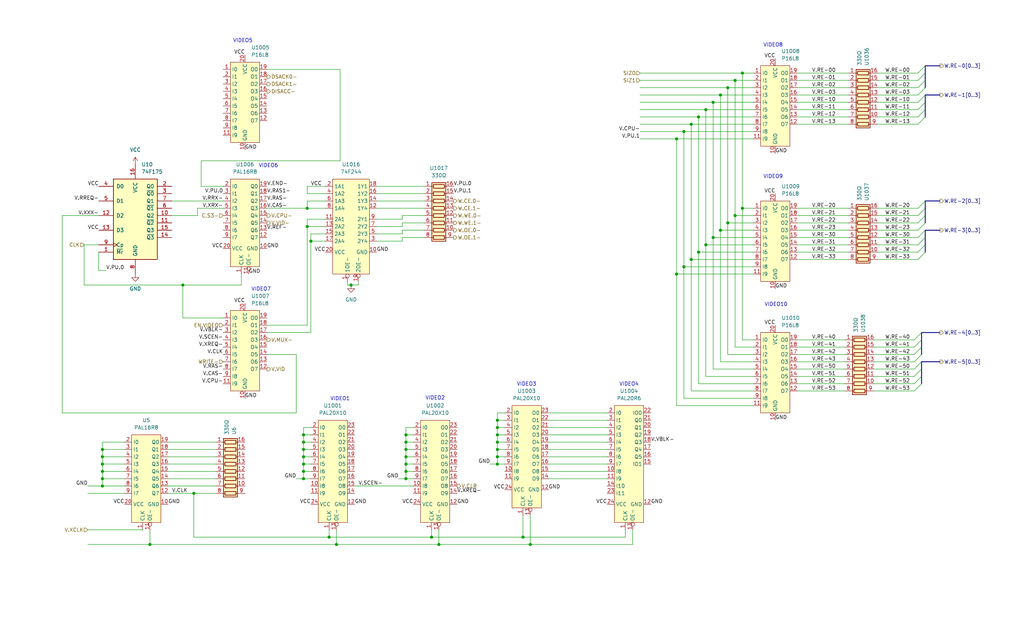
<source format=kicad_sch>
(kicad_sch (version 20250114) (generator "eeschema") (generator_version "9.0")
  (paper "USLegal")
  (lib_symbols
    (symbol "Device:R_Pack08" (pin_names (offset 0) (hide yes))
      (property "Reference" "RN" (at -12.7 0 90))
      (property "Value" "R_Pack08" (at 10.16 0 90))
      (symbol "R_Pack08_0_1"
        (rectangle (start -11.43 -2.413) (end 8.89 2.413) (stroke (width 0.254)) (fill (type background)))
        (rectangle (start -10.795 1.905) (end -9.525 -1.905) (stroke (width 0.254)))
        (polyline (pts (xy -10.16 1.905) (xy -10.16 2.54)))
        (polyline (pts (xy -10.16 -2.54) (xy -10.16 -1.905)))
        (rectangle (start -8.255 1.905) (end -6.985 -1.905) (stroke (width 0.254)))
        (polyline (pts (xy -7.62 1.905) (xy -7.62 2.54)))
        (polyline (pts (xy -7.62 -2.54) (xy -7.62 -1.905)))
        (rectangle (start -5.715 1.905) (end -4.445 -1.905) (stroke (width 0.254)))
        (polyline (pts (xy -5.08 1.905) (xy -5.08 2.54)))
        (polyline (pts (xy -5.08 -2.54) (xy -5.08 -1.905)))
        (rectangle (start -3.175 1.905) (end -1.905 -1.905) (stroke (width 0.254)))
        (polyline (pts (xy -2.54 1.905) (xy -2.54 2.54)))
        (polyline (pts (xy -2.54 -2.54) (xy -2.54 -1.905)))
        (rectangle (start -0.635 1.905) (end 0.635 -1.905) (stroke (width 0.254)))
        (polyline (pts (xy 0 1.905) (xy 0 2.54)))
        (polyline (pts (xy 0 -2.54) (xy 0 -1.905)))
        (rectangle (start 1.905 1.905) (end 3.175 -1.905) (stroke (width 0.254)))
        (polyline (pts (xy 2.54 1.905) (xy 2.54 2.54)))
        (polyline (pts (xy 2.54 -2.54) (xy 2.54 -1.905)))
        (rectangle (start 4.445 1.905) (end 5.715 -1.905) (stroke (width 0.254)))
        (polyline (pts (xy 5.08 1.905) (xy 5.08 2.54)))
        (polyline (pts (xy 5.08 -2.54) (xy 5.08 -1.905)))
        (rectangle (start 6.985 1.905) (end 8.255 -1.905) (stroke (width 0.254)))
        (polyline (pts (xy 7.62 1.905) (xy 7.62 2.54)))
        (polyline (pts (xy 7.62 -2.54) (xy 7.62 -1.905)))
      )
      (symbol "R_Pack08_1_1"
        (pin passive line (at -10.16 5.08 270) (length 2.54) (name "R1.2") (number "16"))
        (pin passive line (at -10.16 -5.08 90) (length 2.54) (name "R1.1") (number "1"))
        (pin passive line (at -7.62 5.08 270) (length 2.54) (name "R2.2") (number "15"))
        (pin passive line (at -7.62 -5.08 90) (length 2.54) (name "R2.1") (number "2"))
        (pin passive line (at -5.08 5.08 270) (length 2.54) (name "R3.2") (number "14"))
        (pin passive line (at -5.08 -5.08 90) (length 2.54) (name "R3.1") (number "3"))
        (pin passive line (at -2.54 5.08 270) (length 2.54) (name "R4.2") (number "13"))
        (pin passive line (at -2.54 -5.08 90) (length 2.54) (name "R4.1") (number "4"))
        (pin passive line (at 0 5.08 270) (length 2.54) (name "R5.2") (number "12"))
        (pin passive line (at 0 -5.08 90) (length 2.54) (name "R5.1") (number "5"))
        (pin passive line (at 2.54 5.08 270) (length 2.54) (name "R6.2") (number "11"))
        (pin passive line (at 2.54 -5.08 90) (length 2.54) (name "R6.1") (number "6"))
        (pin passive line (at 5.08 5.08 270) (length 2.54) (name "R7.2") (number "10"))
        (pin passive line (at 5.08 -5.08 90) (length 2.54) (name "R7.1") (number "7"))
        (pin passive line (at 7.62 5.08 270) (length 2.54) (name "R8.2") (number "9"))
        (pin passive line (at 7.62 -5.08 90) (length 2.54) (name "R8.1") (number "8"))
      )
    )
    (symbol "cg4:74F244"
      (property "Reference" "U" (at 0 0 0))
      (property "Value" "74F244" (at 0 0 0))
      (symbol "74F244_1_1"
        (rectangle (start -6.35 -1.27) (end 6.35 -34.29) (fill (type background)))
        (pin input line (at -8.89 -3.81 0) (length 2.54) (name "1A1") (number "2"))
        (pin input line (at -8.89 -6.35 0) (length 2.54) (name "1A2") (number "4"))
        (pin input line (at -8.89 -8.89 0) (length 2.54) (name "1A3") (number "6"))
        (pin input line (at -8.89 -11.43 0) (length 2.54) (name "1A4") (number "8"))
        (pin input line (at -8.89 -15.24 0) (length 2.54) (name "2A1") (number "11"))
        (pin input line (at -8.89 -17.78 0) (length 2.54) (name "2A2") (number "13"))
        (pin input line (at -8.89 -20.32 0) (length 2.54) (name "2A3") (number "15"))
        (pin input line (at -8.89 -22.86 0) (length 2.54) (name "2A4") (number "17"))
        (pin power_in line (at -8.89 -26.67 0) (length 2.54) (name "VCC") (number "20"))
        (pin input inverted (at -1.27 -36.83 90) (length 2.54) (name "1OE-") (number "1"))
        (pin input inverted (at 2.54 -36.83 90) (length 2.54) (name "2OE-") (number "19"))
        (pin output line (at 8.89 -3.81 180) (length 2.54) (name "1Y1") (number "18"))
        (pin output line (at 8.89 -6.35 180) (length 2.54) (name "1Y2") (number "16"))
        (pin output line (at 8.89 -8.89 180) (length 2.54) (name "1Y3") (number "14"))
        (pin output line (at 8.89 -11.43 180) (length 2.54) (name "1Y4") (number "12"))
        (pin output line (at 8.89 -15.24 180) (length 2.54) (name "2Y1") (number "9"))
        (pin output line (at 8.89 -17.78 180) (length 2.54) (name "2Y2") (number "7"))
        (pin output line (at 8.89 -20.32 180) (length 2.54) (name "2Y3") (number "5"))
        (pin output line (at 8.89 -22.86 180) (length 2.54) (name "2Y4") (number "3"))
        (pin power_in line (at 8.89 -26.67 180) (length 2.54) (name "GND") (number "10"))
      )
    )
    (symbol "cg4:74LS175_1" (pin_names (offset 1.016))
      (property "Reference" "U" (at -7.62 13.97 0))
      (property "Value" "74F175" (at -7.62 -16.51 0))
      (symbol "74LS175_1_1_0"
        (pin input line (at -12.7 10.16 0) (length 5.08) (name "D0") (number "4"))
        (pin input line (at -12.7 5.08 0) (length 5.08) (name "D1") (number "5"))
        (pin input line (at -12.7 0 0) (length 5.08) (name "D2") (number "12"))
        (pin input line (at -12.7 -5.08 0) (length 5.08) (name "D3") (number "13"))
        (pin input clock (at -12.7 -10.16 0) (length 5.08) (name "Cp") (number "9"))
        (pin input line (at -12.7 -12.7 0) (length 5.08) (name "~{Mr}") (number "1"))
        (pin power_in line (at 0 17.78 270) (length 5.08) (name "VCC") (number "16"))
        (pin power_in line (at 0 -20.32 90) (length 5.08) (name "GND") (number "8"))
        (pin output line (at 12.7 10.16 180) (length 5.08) (name "Q0") (number "2"))
        (pin output line (at 12.7 7.62 180) (length 5.08) (name "~{Q0}") (number "3"))
        (pin output line (at 12.7 5.08 180) (length 5.08) (name "Q1") (number "7"))
        (pin output line (at 12.7 2.54 180) (length 5.08) (name "~{Q1}") (number "6"))
        (pin output line (at 12.7 0 180) (length 5.08) (name "Q2") (number "10"))
        (pin output line (at 12.7 -2.54 180) (length 5.08) (name "~{Q2}") (number "11"))
        (pin output line (at 12.7 -5.08 180) (length 5.08) (name "Q3") (number "15"))
        (pin output line (at 12.7 -7.62 180) (length 5.08) (name "~{Q3}") (number "14"))
      )
      (symbol "74LS175_1_1_1"
        (rectangle (start -7.62 12.7) (end 7.62 -15.24) (stroke (width 0.254)) (fill (type background)))
      )
    )
    (symbol "cg4:P16L8"
      (property "Reference" "U" (at 1.778 -0.254 0))
      (property "Value" "P16L8" (at 4.064 -30.48 0))
      (symbol "P16L8_1_1"
        (rectangle (start -5.08 -1.27) (end 5.08 -29.21) (fill (type background)))
        (pin input line (at -7.62 -3.81 0) (length 2.54) (name "I0") (number "1"))
        (pin input line (at -7.62 -6.35 0) (length 2.54) (name "I1") (number "2"))
        (pin input line (at -7.62 -8.89 0) (length 2.54) (name "I2") (number "3"))
        (pin input line (at -7.62 -11.43 0) (length 2.54) (name "I3") (number "4"))
        (pin input line (at -7.62 -13.97 0) (length 2.54) (name "I4") (number "5"))
        (pin input line (at -7.62 -16.51 0) (length 2.54) (name "I5") (number "6"))
        (pin input line (at -7.62 -19.05 0) (length 2.54) (name "I6") (number "7"))
        (pin input line (at -7.62 -21.59 0) (length 2.54) (name "I7") (number "8"))
        (pin input line (at -7.62 -24.13 0) (length 2.54) (name "I8") (number "9"))
        (pin input line (at -7.62 -26.67 0) (length 2.54) (name "I9") (number "11"))
        (pin power_in line (at 0 1.27 270) (length 2.54) (name "VCC") (number "20"))
        (pin power_in line (at 0 -31.75 90) (length 2.54) (name "GND") (number "10"))
        (pin output line (at 7.62 -3.81 180) (length 2.54) (name "O0") (number "19"))
        (pin output line (at 7.62 -6.35 180) (length 2.54) (name "O1") (number "18"))
        (pin output line (at 7.62 -8.89 180) (length 2.54) (name "O2") (number "17"))
        (pin output line (at 7.62 -11.43 180) (length 2.54) (name "O3") (number "16"))
        (pin output line (at 7.62 -13.97 180) (length 2.54) (name "O4") (number "15"))
        (pin output line (at 7.62 -16.51 180) (length 2.54) (name "O5") (number "14"))
        (pin output line (at 7.62 -19.05 180) (length 2.54) (name "O6") (number "13"))
        (pin output line (at 7.62 -21.59 180) (length 2.54) (name "O7") (number "12"))
      )
    )
    (symbol "cg4:P16R8"
      (property "Reference" "U" (at 0 0 0))
      (property "Value" "PAL16R8" (at 0 0 0))
      (symbol "P16R8_1_1"
        (rectangle (start -5.08 -1.27) (end 5.08 -31.75) (fill (type background)))
        (pin input line (at -7.62 -3.81 0) (length 2.54) (name "I0") (number "2"))
        (pin input line (at -7.62 -6.35 0) (length 2.54) (name "I1") (number "3"))
        (pin input line (at -7.62 -8.89 0) (length 2.54) (name "I2") (number "4"))
        (pin input line (at -7.62 -11.43 0) (length 2.54) (name "I3") (number "5"))
        (pin input line (at -7.62 -13.97 0) (length 2.54) (name "I4") (number "6"))
        (pin input line (at -7.62 -16.51 0) (length 2.54) (name "I5") (number "7"))
        (pin input line (at -7.62 -19.05 0) (length 2.54) (name "I6") (number "8"))
        (pin input line (at -7.62 -21.59 0) (length 2.54) (name "I7") (number "9"))
        (pin power_in line (at -7.62 -25.4 0) (length 2.54) (name "VCC") (number "20"))
        (pin input line (at -1.27 -34.29 90) (length 2.54) (name "CLK") (number "1"))
        (pin input inverted (at 1.27 -34.29 90) (length 2.54) (name "OE-") (number "11"))
        (pin output line (at 7.62 -3.81 180) (length 2.54) (name "Q0") (number "19"))
        (pin output line (at 7.62 -6.35 180) (length 2.54) (name "Q1") (number "18"))
        (pin output line (at 7.62 -8.89 180) (length 2.54) (name "Q2") (number "17"))
        (pin output line (at 7.62 -11.43 180) (length 2.54) (name "Q3") (number "16"))
        (pin output line (at 7.62 -13.97 180) (length 2.54) (name "Q4") (number "15"))
        (pin output line (at 7.62 -16.51 180) (length 2.54) (name "Q5") (number "14"))
        (pin output line (at 7.62 -19.05 180) (length 2.54) (name "Q6") (number "13"))
        (pin output line (at 7.62 -21.59 180) (length 2.54) (name "Q7") (number "12"))
        (pin power_in line (at 7.62 -25.4 180) (length 2.54) (name "GND") (number "10"))
      )
    )
    (symbol "cg4:P20R6"
      (property "Reference" "U" (at 0 0 0))
      (property "Value" "PAL20R6" (at 0 0 0))
      (symbol "P20R6_1_1"
        (rectangle (start -5.08 -1.27) (end 5.08 -41.91) (fill (type background)))
        (pin input line (at -7.62 -3.81 0) (length 2.54) (name "I0") (number "2"))
        (pin input line (at -7.62 -6.35 0) (length 2.54) (name "I1") (number "3"))
        (pin input line (at -7.62 -8.89 0) (length 2.54) (name "I2") (number "4"))
        (pin input line (at -7.62 -11.43 0) (length 2.54) (name "I3") (number "5"))
        (pin input line (at -7.62 -13.97 0) (length 2.54) (name "I4") (number "6"))
        (pin input line (at -7.62 -16.51 0) (length 2.54) (name "I5") (number "7"))
        (pin input line (at -7.62 -19.05 0) (length 2.54) (name "I6") (number "8"))
        (pin input line (at -7.62 -21.59 0) (length 2.54) (name "I7") (number "9"))
        (pin input line (at -7.62 -24.13 0) (length 2.54) (name "I8") (number "10"))
        (pin input line (at -7.62 -26.67 0) (length 2.54) (name "I9") (number "11"))
        (pin input line (at -7.62 -29.21 0) (length 2.54) (name "I10") (number "14"))
        (pin input line (at -7.62 -31.75 0) (length 2.54) (name "I11") (number "23"))
        (pin power_in line (at -7.62 -35.56 0) (length 2.54) (name "VCC") (number "24"))
        (pin input line (at -1.27 -44.45 90) (length 2.54) (name "CLK") (number "1"))
        (pin input inverted (at 1.27 -44.45 90) (length 2.54) (name "OE-") (number "13"))
        (pin bidirectional line (at 7.62 -3.81 180) (length 2.54) (name "IO0") (number "22"))
        (pin output line (at 7.62 -6.35 180) (length 2.54) (name "Q0") (number "21"))
        (pin output line (at 7.62 -8.89 180) (length 2.54) (name "Q1") (number "20"))
        (pin output line (at 7.62 -11.43 180) (length 2.54) (name "Q2") (number "19"))
        (pin output line (at 7.62 -13.97 180) (length 2.54) (name "Q3") (number "18"))
        (pin output line (at 7.62 -16.51 180) (length 2.54) (name "Q4") (number "17"))
        (pin output line (at 7.62 -19.05 180) (length 2.54) (name "Q5") (number "16"))
        (pin output line (at 7.62 -21.59 180) (length 2.54) (name "IO1") (number "15"))
        (pin power_in line (at 7.62 -35.56 180) (length 2.54) (name "GND") (number "12"))
      )
    )
    (symbol "cg4:P20X10"
      (property "Reference" "U" (at 0 0 0))
      (property "Value" "PAL20X10" (at 0 0 0))
      (symbol "P20X10_1_1"
        (rectangle (start -5.08 -1.27) (end 5.08 -36.83) (fill (type background)))
        (pin input line (at -7.62 -3.81 0) (length 2.54) (name "I0") (number "2"))
        (pin input line (at -7.62 -6.35 0) (length 2.54) (name "I1") (number "3"))
        (pin input line (at -7.62 -8.89 0) (length 2.54) (name "I2") (number "4"))
        (pin input line (at -7.62 -11.43 0) (length 2.54) (name "I3") (number "5"))
        (pin input line (at -7.62 -13.97 0) (length 2.54) (name "I4") (number "6"))
        (pin input line (at -7.62 -16.51 0) (length 2.54) (name "I5") (number "7"))
        (pin input line (at -7.62 -19.05 0) (length 2.54) (name "I6") (number "8"))
        (pin input line (at -7.62 -21.59 0) (length 2.54) (name "I7") (number "9"))
        (pin input line (at -7.62 -24.13 0) (length 2.54) (name "I8") (number "10"))
        (pin input line (at -7.62 -26.67 0) (length 2.54) (name "I9") (number "11"))
        (pin power_in line (at -7.62 -30.48 0) (length 2.54) (name "VCC") (number "24"))
        (pin input line (at -1.27 -39.37 90) (length 2.54) (name "CLK") (number "1"))
        (pin input inverted (at 1.27 -39.37 90) (length 2.54) (name "OE-") (number "13"))
        (pin output line (at 7.62 -3.81 180) (length 2.54) (name "O0") (number "23"))
        (pin output line (at 7.62 -6.35 180) (length 2.54) (name "O1") (number "22"))
        (pin output line (at 7.62 -8.89 180) (length 2.54) (name "O2") (number "21"))
        (pin output line (at 7.62 -11.43 180) (length 2.54) (name "O3") (number "20"))
        (pin output line (at 7.62 -13.97 180) (length 2.54) (name "O4") (number "19"))
        (pin output line (at 7.62 -16.51 180) (length 2.54) (name "O5") (number "18"))
        (pin output line (at 7.62 -19.05 180) (length 2.54) (name "O6") (number "17"))
        (pin output line (at 7.62 -21.59 180) (length 2.54) (name "O7") (number "16"))
        (pin output line (at 7.62 -24.13 180) (length 2.54) (name "O8") (number "15"))
        (pin output line (at 7.62 -26.67 180) (length 2.54) (name "O9") (number "14"))
        (pin power_in line (at 7.62 -30.48 180) (length 2.54) (name "GND") (number "12"))
      )
    )
    (symbol "power:GND" (power) (pin_numbers (hide yes)) (pin_names (offset 0) (hide yes))
      (property "Value" "GND" (at 0 -3.81 0))
      (symbol "GND_0_1"
        (polyline (pts (xy 0 0) (xy 0 -1.27) (xy 1.27 -1.27) (xy 0 -2.54) (xy -1.27 -1.27) (xy 0 -1.27)))
      )
      (symbol "GND_1_1"
        (pin power_in line (at 0 0 270) (length 0) (name "~") (number "1"))
      )
    )
    (symbol "power:VCC" (power) (pin_numbers (hide yes)) (pin_names (offset 0) (hide yes))
      (property "Value" "VCC" (at 0 3.556 0))
      (symbol "VCC_0_1"
        (polyline (pts (xy -0.762 1.27) (xy 0 2.54)))
        (polyline (pts (xy 0 2.54) (xy 0.762 1.27)))
        (polyline (pts (xy 0 0) (xy 0 2.54)))
      )
      (symbol "VCC_1_1"
        (pin power_in line (at 0 0 90) (length 0) (name "~") (number "1"))
      )
    )
  )
  (text "VIDEO8" (at 268.478 15.748 0) (effects (font (size 1.27 1.27))))
  (text "VIDEO10" (at 269.494 105.918 0) (effects (font (size 1.27 1.27))))
  (text "VIDEO7" (at 90.678 100.584 0) (effects (font (size 1.27 1.27))))
  (text "VIDEO5" (at 84.328 14.224 0) (effects (font (size 1.27 1.27))))
  (text "VIDEO2" (at 151.13 138.43 0) (effects (font (size 1.27 1.27))))
  (text "VIDEO4" (at 218.44 133.604 0) (effects (font (size 1.27 1.27))))
  (text "VIDEO1" (at 118.11 138.684 0) (effects (font (size 1.27 1.27))))
  (text "VIDEO9" (at 268.478 61.468 0) (effects (font (size 1.27 1.27))))
  (text "VIDEO3" (at 182.88 133.604 0) (effects (font (size 1.27 1.27))))
  (text "VIDEO6" (at 93.218 57.658 0) (effects (font (size 1.27 1.27))))
  (junction (at 184.15 189.23))
  (junction (at 252.73 77.47))
  (junction (at 245.11 85.09))
  (junction (at 152.4 189.23))
  (junction (at 116.84 189.23))
  (junction (at 35.56 168.91))
  (junction (at 105.41 158.75))
  (junction (at 140.97 163.83))
  (junction (at 172.72 161.29))
  (junction (at 257.81 72.39))
  (junction (at 121.92 99.06))
  (junction (at 172.72 156.21))
  (junction (at 140.97 153.67))
  (junction (at 52.07 189.23))
  (junction (at 240.03 43.18))
  (junction (at 67.31 171.45))
  (junction (at 237.49 45.72))
  (junction (at 35.56 156.21))
  (junction (at 257.81 25.4))
  (junction (at 172.72 158.75))
  (junction (at 250.19 33.02))
  (junction (at 105.41 151.13))
  (junction (at 242.57 87.63))
  (junction (at 255.27 27.94))
  (junction (at 140.97 151.13))
  (junction (at 234.95 95.25))
  (junction (at 105.41 153.67))
  (junction (at 105.41 161.29))
  (junction (at 250.19 80.01))
  (junction (at 252.73 30.48))
  (junction (at 242.57 40.64))
  (junction (at 35.56 163.83))
  (junction (at 172.72 153.67))
  (junction (at 105.41 166.37))
  (junction (at 140.97 156.21))
  (junction (at 245.11 38.1))
  (junction (at 35.56 158.75))
  (junction (at 107.95 83.82))
  (junction (at 172.72 148.59))
  (junction (at 105.41 163.83))
  (junction (at 140.97 158.75))
  (junction (at 172.72 151.13))
  (junction (at 63.5 99.06))
  (junction (at 35.56 166.37))
  (junction (at 247.65 82.55))
  (junction (at 35.56 161.29))
  (junction (at 114.3 186.69))
  (junction (at 105.41 156.21))
  (junction (at 240.03 90.17))
  (junction (at 234.95 48.26))
  (junction (at 172.72 146.05))
  (junction (at 237.49 92.71))
  (junction (at 140.97 161.29))
  (junction (at 140.97 166.37))
  (junction (at 247.65 35.56))
  (junction (at 106.68 72.39))
  (junction (at 181.61 186.69))
  (junction (at 149.86 186.69))
  (junction (at 255.27 74.93))
  (junction (at 106.68 78.74))
  (bus_entry (at 318.77 87.63) (size 2.54 -2.54))
  (bus_entry (at 318.77 25.4) (size 2.54 -2.54))
  (bus_entry (at 318.77 27.94) (size 2.54 -2.54))
  (bus_entry (at 317.5 125.73) (size 2.54 -2.54))
  (bus_entry (at 318.77 82.55) (size 2.54 -2.54))
  (bus_entry (at 318.77 80.01) (size 2.54 -2.54))
  (bus_entry (at 318.77 72.39) (size 2.54 -2.54))
  (bus_entry (at 318.77 30.48) (size 2.54 -2.54))
  (bus_entry (at 317.5 128.27) (size 2.54 -2.54))
  (bus_entry (at 318.77 40.64) (size 2.54 -2.54))
  (bus_entry (at 318.77 85.09) (size 2.54 -2.54))
  (bus_entry (at 318.77 74.93) (size 2.54 -2.54))
  (bus_entry (at 317.5 130.81) (size 2.54 -2.54))
  (bus_entry (at 318.77 33.02) (size 2.54 -2.54))
  (bus_entry (at 317.5 123.19) (size 2.54 -2.54))
  (bus_entry (at 317.5 135.89) (size 2.54 -2.54))
  (bus_entry (at 317.5 120.65) (size 2.54 -2.54))
  (bus_entry (at 318.77 77.47) (size 2.54 -2.54))
  (bus_entry (at 317.5 133.35) (size 2.54 -2.54))
  (bus_entry (at 318.77 43.18) (size 2.54 -2.54))
  (bus_entry (at 318.77 90.17) (size 2.54 -2.54))
  (bus_entry (at 317.5 118.11) (size 2.54 -2.54))
  (bus_entry (at 318.77 38.1) (size 2.54 -2.54))
  (bus_entry (at 318.77 35.56) (size 2.54 -2.54))
  (wire (pts (xy 181.61 186.69) (xy 217.17 186.69)))
  (wire (pts (xy 139.7 83.82) (xy 139.7 82.55)))
  (wire (pts (xy 303.53 125.73) (xy 317.5 125.73)))
  (wire (pts (xy 83.82 99.06) (xy 83.82 95.25)))
  (wire (pts (xy 67.31 171.45) (xy 74.93 171.45)))
  (wire (pts (xy 303.53 118.11) (xy 317.5 118.11)))
  (wire (pts (xy 139.7 78.74) (xy 139.7 77.47)))
  (wire (pts (xy 252.73 77.47) (xy 252.73 30.48)))
  (wire (pts (xy 261.62 130.81) (xy 245.11 130.81)))
  (wire (pts (xy 242.57 87.63) (xy 242.57 40.64)))
  (wire (pts (xy 304.8 90.17) (xy 318.77 90.17)))
  (wire (pts (xy 304.8 87.63) (xy 318.77 87.63)))
  (wire (pts (xy 222.25 33.02) (xy 250.19 33.02)))
  (wire (pts (xy 252.73 77.47) (xy 261.62 77.47)))
  (wire (pts (xy 237.49 138.43) (xy 237.49 92.71)))
  (wire (pts (xy 107.95 81.28) (xy 113.03 81.28)))
  (wire (pts (xy 107.95 115.57) (xy 107.95 83.82)))
  (wire (pts (xy 252.73 123.19) (xy 252.73 77.47)))
  (wire (pts (xy 30.48 171.45) (xy 43.18 171.45)))
  (wire (pts (xy 303.53 120.65) (xy 317.5 120.65)))
  (wire (pts (xy 67.31 171.45) (xy 67.31 186.69)))
  (wire (pts (xy 58.42 153.67) (xy 74.93 153.67)))
  (wire (pts (xy 181.61 186.69) (xy 181.61 179.07)))
  (wire (pts (xy 245.11 85.09) (xy 261.62 85.09)))
  (wire (pts (xy 184.15 179.07) (xy 184.15 189.23)))
  (wire (pts (xy 21.59 143.51) (xy 102.87 143.51)))
  (bus (pts (xy 321.31 72.39) (xy 321.31 69.85)))
  (wire (pts (xy 30.48 189.23) (xy 52.07 189.23)))
  (wire (pts (xy 43.18 153.67) (xy 35.56 153.67)))
  (wire (pts (xy 222.25 43.18) (xy 240.03 43.18)))
  (wire (pts (xy 276.86 133.35) (xy 293.37 133.35)))
  (wire (pts (xy 304.8 74.93) (xy 318.77 74.93)))
  (wire (pts (xy 92.71 24.13) (xy 118.11 24.13)))
  (wire (pts (xy 276.86 43.18) (xy 294.64 43.18)))
  (wire (pts (xy 105.41 158.75) (xy 105.41 161.29)))
  (wire (pts (xy 170.18 161.29) (xy 172.72 161.29)))
  (wire (pts (xy 58.42 156.21) (xy 74.93 156.21)))
  (wire (pts (xy 276.86 77.47) (xy 294.64 77.47)))
  (wire (pts (xy 276.86 33.02) (xy 294.64 33.02)))
  (wire (pts (xy 34.29 93.98) (xy 36.83 93.98)))
  (wire (pts (xy 105.41 161.29) (xy 105.41 163.83)))
  (wire (pts (xy 143.51 148.59) (xy 140.97 148.59)))
  (wire (pts (xy 276.86 74.93) (xy 294.64 74.93)))
  (wire (pts (xy 58.42 171.45) (xy 67.31 171.45)))
  (wire (pts (xy 190.5 166.37) (xy 210.82 166.37)))
  (wire (pts (xy 261.62 128.27) (xy 247.65 128.27)))
  (wire (pts (xy 35.56 166.37) (xy 43.18 166.37)))
  (wire (pts (xy 30.48 168.91) (xy 35.56 168.91)))
  (wire (pts (xy 139.7 76.2) (xy 139.7 74.93)))
  (wire (pts (xy 102.87 123.19) (xy 102.87 143.51)))
  (wire (pts (xy 105.41 153.67) (xy 107.95 153.67)))
  (wire (pts (xy 69.85 64.77) (xy 77.47 64.77)))
  (wire (pts (xy 35.56 153.67) (xy 35.56 156.21)))
  (wire (pts (xy 247.65 128.27) (xy 247.65 82.55)))
  (wire (pts (xy 138.43 166.37) (xy 140.97 166.37)))
  (bus (pts (xy 320.04 128.27) (xy 320.04 125.73)))
  (wire (pts (xy 35.56 158.75) (xy 35.56 161.29)))
  (wire (pts (xy 222.25 40.64) (xy 242.57 40.64)))
  (wire (pts (xy 139.7 74.93) (xy 147.32 74.93)))
  (wire (pts (xy 140.97 161.29) (xy 140.97 163.83)))
  (wire (pts (xy 234.95 48.26) (xy 261.62 48.26)))
  (wire (pts (xy 35.56 156.21) (xy 35.56 158.75)))
  (wire (pts (xy 252.73 30.48) (xy 261.62 30.48)))
  (wire (pts (xy 69.85 55.88) (xy 69.85 64.77)))
  (wire (pts (xy 113.03 64.77) (xy 106.68 64.77)))
  (wire (pts (xy 261.62 133.35) (xy 242.57 133.35)))
  (wire (pts (xy 29.21 99.06) (xy 63.5 99.06)))
  (wire (pts (xy 68.58 72.39) (xy 77.47 72.39)))
  (wire (pts (xy 124.46 99.06) (xy 124.46 97.79)))
  (wire (pts (xy 276.86 38.1) (xy 294.64 38.1)))
  (wire (pts (xy 304.8 33.02) (xy 318.77 33.02)))
  (wire (pts (xy 130.81 72.39) (xy 147.32 72.39)))
  (bus (pts (xy 320.04 118.11) (xy 320.04 115.57)))
  (bus (pts (xy 320.04 125.73) (xy 326.39 125.73)))
  (wire (pts (xy 303.53 123.19) (xy 317.5 123.19)))
  (wire (pts (xy 247.65 82.55) (xy 247.65 35.56)))
  (wire (pts (xy 240.03 90.17) (xy 261.62 90.17)))
  (wire (pts (xy 107.95 83.82) (xy 107.95 81.28)))
  (wire (pts (xy 304.8 25.4) (xy 318.77 25.4)))
  (wire (pts (xy 58.42 168.91) (xy 74.93 168.91)))
  (wire (pts (xy 107.95 83.82) (xy 113.03 83.82)))
  (wire (pts (xy 190.5 153.67) (xy 210.82 153.67)))
  (wire (pts (xy 276.86 135.89) (xy 293.37 135.89)))
  (wire (pts (xy 140.97 163.83) (xy 143.51 163.83)))
  (wire (pts (xy 130.81 81.28) (xy 139.7 81.28)))
  (wire (pts (xy 304.8 40.64) (xy 318.77 40.64)))
  (wire (pts (xy 261.62 135.89) (xy 240.03 135.89)))
  (wire (pts (xy 303.53 133.35) (xy 317.5 133.35)))
  (wire (pts (xy 245.11 38.1) (xy 261.62 38.1)))
  (wire (pts (xy 59.69 69.85) (xy 77.47 69.85)))
  (wire (pts (xy 172.72 153.67) (xy 172.72 156.21)))
  (wire (pts (xy 21.59 74.93) (xy 21.59 143.51)))
  (wire (pts (xy 106.68 72.39) (xy 113.03 72.39)))
  (wire (pts (xy 304.8 30.48) (xy 318.77 30.48)))
  (bus (pts (xy 320.04 133.35) (xy 320.04 130.81)))
  (wire (pts (xy 304.8 35.56) (xy 318.77 35.56)))
  (wire (pts (xy 190.5 156.21) (xy 210.82 156.21)))
  (wire (pts (xy 234.95 95.25) (xy 261.62 95.25)))
  (wire (pts (xy 105.41 151.13) (xy 107.95 151.13)))
  (wire (pts (xy 190.5 161.29) (xy 210.82 161.29)))
  (wire (pts (xy 92.71 123.19) (xy 102.87 123.19)))
  (wire (pts (xy 139.7 77.47) (xy 147.32 77.47)))
  (wire (pts (xy 52.07 189.23) (xy 116.84 189.23)))
  (bus (pts (xy 321.31 35.56) (xy 321.31 33.02)))
  (wire (pts (xy 303.53 130.81) (xy 317.5 130.81)))
  (wire (pts (xy 35.56 156.21) (xy 43.18 156.21)))
  (wire (pts (xy 105.41 158.75) (xy 107.95 158.75)))
  (wire (pts (xy 276.86 118.11) (xy 293.37 118.11)))
  (bus (pts (xy 321.31 38.1) (xy 321.31 35.56)))
  (wire (pts (xy 35.56 161.29) (xy 35.56 163.83)))
  (wire (pts (xy 304.8 77.47) (xy 318.77 77.47)))
  (wire (pts (xy 304.8 85.09) (xy 318.77 85.09)))
  (wire (pts (xy 247.65 35.56) (xy 261.62 35.56)))
  (wire (pts (xy 172.72 158.75) (xy 172.72 161.29)))
  (wire (pts (xy 219.71 189.23) (xy 219.71 184.15)))
  (wire (pts (xy 140.97 148.59) (xy 140.97 151.13)))
  (wire (pts (xy 276.86 72.39) (xy 294.64 72.39)))
  (wire (pts (xy 276.86 82.55) (xy 294.64 82.55)))
  (wire (pts (xy 59.69 74.93) (xy 68.58 74.93)))
  (wire (pts (xy 63.5 110.49) (xy 77.47 110.49)))
  (wire (pts (xy 172.72 148.59) (xy 172.72 151.13)))
  (wire (pts (xy 106.68 69.85) (xy 113.03 69.85)))
  (wire (pts (xy 276.86 125.73) (xy 293.37 125.73)))
  (wire (pts (xy 172.72 146.05) (xy 175.26 146.05)))
  (wire (pts (xy 35.56 166.37) (xy 35.56 168.91)))
  (wire (pts (xy 172.72 156.21) (xy 172.72 158.75)))
  (bus (pts (xy 321.31 85.09) (xy 321.31 82.55)))
  (wire (pts (xy 237.49 92.71) (xy 261.62 92.71)))
  (wire (pts (xy 172.72 151.13) (xy 172.72 153.67)))
  (wire (pts (xy 261.62 125.73) (xy 250.19 125.73)))
  (wire (pts (xy 140.97 151.13) (xy 143.51 151.13)))
  (wire (pts (xy 234.95 140.97) (xy 234.95 95.25)))
  (wire (pts (xy 240.03 135.89) (xy 240.03 90.17)))
  (wire (pts (xy 250.19 80.01) (xy 261.62 80.01)))
  (wire (pts (xy 222.25 30.48) (xy 252.73 30.48)))
  (wire (pts (xy 217.17 186.69) (xy 217.17 184.15)))
  (wire (pts (xy 276.86 25.4) (xy 294.64 25.4)))
  (wire (pts (xy 105.41 156.21) (xy 105.41 158.75)))
  (wire (pts (xy 190.5 158.75) (xy 210.82 158.75)))
  (wire (pts (xy 139.7 82.55) (xy 147.32 82.55)))
  (wire (pts (xy 140.97 166.37) (xy 143.51 166.37)))
  (wire (pts (xy 130.81 78.74) (xy 139.7 78.74)))
  (wire (pts (xy 304.8 38.1) (xy 318.77 38.1)))
  (wire (pts (xy 304.8 80.01) (xy 318.77 80.01)))
  (wire (pts (xy 58.42 161.29) (xy 74.93 161.29)))
  (wire (pts (xy 276.86 130.81) (xy 293.37 130.81)))
  (wire (pts (xy 114.3 184.15) (xy 114.3 186.69)))
  (wire (pts (xy 152.4 184.15) (xy 152.4 189.23)))
  (wire (pts (xy 114.3 186.69) (xy 149.86 186.69)))
  (wire (pts (xy 172.72 148.59) (xy 175.26 148.59)))
  (wire (pts (xy 237.49 45.72) (xy 261.62 45.72)))
  (wire (pts (xy 34.29 74.93) (xy 21.59 74.93)))
  (wire (pts (xy 250.19 80.01) (xy 250.19 33.02)))
  (wire (pts (xy 276.86 85.09) (xy 294.64 85.09)))
  (wire (pts (xy 149.86 186.69) (xy 149.86 184.15)))
  (wire (pts (xy 261.62 118.11) (xy 257.81 118.11)))
  (wire (pts (xy 105.41 161.29) (xy 107.95 161.29)))
  (wire (pts (xy 172.72 151.13) (xy 175.26 151.13)))
  (wire (pts (xy 68.58 74.93) (xy 68.58 72.39)))
  (wire (pts (xy 29.21 85.09) (xy 29.21 99.06)))
  (wire (pts (xy 255.27 74.93) (xy 261.62 74.93)))
  (wire (pts (xy 130.81 64.77) (xy 147.32 64.77)))
  (bus (pts (xy 321.31 74.93) (xy 321.31 72.39)))
  (wire (pts (xy 222.25 25.4) (xy 257.81 25.4)))
  (wire (pts (xy 106.68 78.74) (xy 106.68 113.03)))
  (wire (pts (xy 118.11 24.13) (xy 118.11 55.88)))
  (wire (pts (xy 35.56 163.83) (xy 35.56 166.37)))
  (wire (pts (xy 303.53 128.27) (xy 317.5 128.27)))
  (wire (pts (xy 276.86 128.27) (xy 293.37 128.27)))
  (wire (pts (xy 139.7 81.28) (xy 139.7 80.01)))
  (bus (pts (xy 321.31 27.94) (xy 321.31 25.4)))
  (bus (pts (xy 320.04 120.65) (xy 320.04 118.11)))
  (wire (pts (xy 245.11 85.09) (xy 245.11 38.1)))
  (wire (pts (xy 35.56 158.75) (xy 43.18 158.75)))
  (wire (pts (xy 222.25 27.94) (xy 255.27 27.94)))
  (wire (pts (xy 35.56 163.83) (xy 43.18 163.83)))
  (wire (pts (xy 276.86 90.17) (xy 294.64 90.17)))
  (wire (pts (xy 304.8 72.39) (xy 318.77 72.39)))
  (wire (pts (xy 140.97 158.75) (xy 143.51 158.75)))
  (wire (pts (xy 123.19 168.91) (xy 143.51 168.91)))
  (bus (pts (xy 320.04 130.81) (xy 320.04 128.27)))
  (wire (pts (xy 105.41 163.83) (xy 107.95 163.83)))
  (wire (pts (xy 140.97 151.13) (xy 140.97 153.67)))
  (wire (pts (xy 58.42 158.75) (xy 74.93 158.75)))
  (wire (pts (xy 67.31 186.69) (xy 114.3 186.69)))
  (wire (pts (xy 106.68 113.03) (xy 92.71 113.03)))
  (wire (pts (xy 240.03 43.18) (xy 261.62 43.18)))
  (wire (pts (xy 130.81 76.2) (xy 139.7 76.2)))
  (wire (pts (xy 130.81 83.82) (xy 139.7 83.82)))
  (wire (pts (xy 130.81 67.31) (xy 147.32 67.31)))
  (wire (pts (xy 276.86 35.56) (xy 294.64 35.56)))
  (wire (pts (xy 172.72 146.05) (xy 172.72 148.59)))
  (wire (pts (xy 140.97 153.67) (xy 143.51 153.67)))
  (wire (pts (xy 237.49 92.71) (xy 237.49 45.72)))
  (wire (pts (xy 261.62 138.43) (xy 237.49 138.43)))
  (wire (pts (xy 184.15 189.23) (xy 219.71 189.23)))
  (wire (pts (xy 63.5 99.06) (xy 63.5 110.49)))
  (wire (pts (xy 140.97 156.21) (xy 143.51 156.21)))
  (wire (pts (xy 276.86 40.64) (xy 294.64 40.64)))
  (wire (pts (xy 250.19 33.02) (xy 261.62 33.02)))
  (wire (pts (xy 105.41 156.21) (xy 107.95 156.21)))
  (wire (pts (xy 105.41 163.83) (xy 105.41 166.37)))
  (bus (pts (xy 320.04 123.19) (xy 320.04 120.65)))
  (wire (pts (xy 276.86 80.01) (xy 294.64 80.01)))
  (bus (pts (xy 321.31 80.01) (xy 326.39 80.01)))
  (wire (pts (xy 242.57 40.64) (xy 261.62 40.64)))
  (wire (pts (xy 234.95 95.25) (xy 234.95 48.26)))
  (wire (pts (xy 35.56 168.91) (xy 43.18 168.91)))
  (wire (pts (xy 190.5 151.13) (xy 210.82 151.13)))
  (wire (pts (xy 242.57 133.35) (xy 242.57 87.63)))
  (wire (pts (xy 222.25 38.1) (xy 245.11 38.1)))
  (wire (pts (xy 52.07 184.15) (xy 52.07 189.23)))
  (wire (pts (xy 106.68 78.74) (xy 106.68 76.2)))
  (wire (pts (xy 34.29 87.63) (xy 34.29 93.98)))
  (wire (pts (xy 120.65 97.79) (xy 120.65 99.06)))
  (bus (pts (xy 321.31 33.02) (xy 326.39 33.02)))
  (wire (pts (xy 255.27 74.93) (xy 255.27 27.94)))
  (wire (pts (xy 120.65 99.06) (xy 121.92 99.06)))
  (bus (pts (xy 321.31 25.4) (xy 321.31 22.86)))
  (wire (pts (xy 261.62 140.97) (xy 234.95 140.97)))
  (wire (pts (xy 276.86 30.48) (xy 294.64 30.48)))
  (wire (pts (xy 149.86 186.69) (xy 181.61 186.69)))
  (wire (pts (xy 140.97 156.21) (xy 140.97 158.75)))
  (wire (pts (xy 261.62 120.65) (xy 255.27 120.65)))
  (bus (pts (xy 321.31 69.85) (xy 326.39 69.85)))
  (wire (pts (xy 190.5 163.83) (xy 210.82 163.83)))
  (wire (pts (xy 222.25 35.56) (xy 247.65 35.56)))
  (wire (pts (xy 242.57 87.63) (xy 261.62 87.63)))
  (wire (pts (xy 250.19 125.73) (xy 250.19 80.01)))
  (wire (pts (xy 58.42 166.37) (xy 74.93 166.37)))
  (wire (pts (xy 222.25 48.26) (xy 234.95 48.26)))
  (wire (pts (xy 106.68 64.77) (xy 106.68 67.31)))
  (wire (pts (xy 34.29 85.09) (xy 29.21 85.09)))
  (wire (pts (xy 304.8 43.18) (xy 318.77 43.18)))
  (wire (pts (xy 106.68 67.31) (xy 113.03 67.31)))
  (wire (pts (xy 175.26 143.51) (xy 172.72 143.51)))
  (wire (pts (xy 30.48 184.15) (xy 49.53 184.15)))
  (wire (pts (xy 105.41 148.59) (xy 105.41 151.13)))
  (wire (pts (xy 247.65 82.55) (xy 261.62 82.55)))
  (wire (pts (xy 190.5 146.05) (xy 210.82 146.05)))
  (wire (pts (xy 255.27 120.65) (xy 255.27 74.93)))
  (wire (pts (xy 139.7 80.01) (xy 147.32 80.01)))
  (wire (pts (xy 276.86 87.63) (xy 294.64 87.63)))
  (wire (pts (xy 107.95 148.59) (xy 105.41 148.59)))
  (bus (pts (xy 321.31 77.47) (xy 321.31 74.93)))
  (bus (pts (xy 320.04 115.57) (xy 326.39 115.57)))
  (wire (pts (xy 92.71 72.39) (xy 106.68 72.39)))
  (wire (pts (xy 172.72 153.67) (xy 175.26 153.67)))
  (wire (pts (xy 118.11 55.88) (xy 69.85 55.88)))
  (wire (pts (xy 35.56 161.29) (xy 43.18 161.29)))
  (wire (pts (xy 116.84 184.15) (xy 116.84 189.23)))
  (bus (pts (xy 321.31 30.48) (xy 321.31 27.94)))
  (wire (pts (xy 106.68 72.39) (xy 106.68 69.85)))
  (wire (pts (xy 303.53 135.89) (xy 317.5 135.89)))
  (wire (pts (xy 172.72 156.21) (xy 175.26 156.21)))
  (wire (pts (xy 102.87 166.37) (xy 105.41 166.37)))
  (wire (pts (xy 240.03 90.17) (xy 240.03 43.18)))
  (wire (pts (xy 172.72 161.29) (xy 175.26 161.29)))
  (bus (pts (xy 321.31 82.55) (xy 321.31 80.01)))
  (wire (pts (xy 276.86 120.65) (xy 293.37 120.65)))
  (wire (pts (xy 140.97 158.75) (xy 140.97 161.29)))
  (wire (pts (xy 140.97 161.29) (xy 143.51 161.29)))
  (wire (pts (xy 140.97 163.83) (xy 140.97 166.37)))
  (wire (pts (xy 63.5 99.06) (xy 83.82 99.06)))
  (bus (pts (xy 321.31 22.86) (xy 326.39 22.86)))
  (wire (pts (xy 255.27 27.94) (xy 261.62 27.94)))
  (wire (pts (xy 190.5 148.59) (xy 210.82 148.59)))
  (wire (pts (xy 106.68 78.74) (xy 113.03 78.74)))
  (wire (pts (xy 113.03 76.2) (xy 106.68 76.2)))
  (wire (pts (xy 257.81 72.39) (xy 257.81 25.4)))
  (wire (pts (xy 121.92 99.06) (xy 124.46 99.06)))
  (wire (pts (xy 222.25 45.72) (xy 237.49 45.72)))
  (bus (pts (xy 321.31 40.64) (xy 321.31 38.1)))
  (wire (pts (xy 261.62 123.19) (xy 252.73 123.19)))
  (wire (pts (xy 130.81 69.85) (xy 147.32 69.85)))
  (wire (pts (xy 304.8 27.94) (xy 318.77 27.94)))
  (wire (pts (xy 257.81 118.11) (xy 257.81 72.39)))
  (wire (pts (xy 257.81 72.39) (xy 261.62 72.39)))
  (wire (pts (xy 105.41 166.37) (xy 107.95 166.37)))
  (wire (pts (xy 58.42 163.83) (xy 74.93 163.83)))
  (wire (pts (xy 276.86 123.19) (xy 293.37 123.19)))
  (wire (pts (xy 105.41 153.67) (xy 105.41 156.21)))
  (wire (pts (xy 92.71 115.57) (xy 107.95 115.57)))
  (wire (pts (xy 105.41 151.13) (xy 105.41 153.67)))
  (bus (pts (xy 321.31 87.63) (xy 321.31 85.09)))
  (wire (pts (xy 116.84 189.23) (xy 152.4 189.23)))
  (wire (pts (xy 152.4 189.23) (xy 184.15 189.23)))
  (wire (pts (xy 276.86 27.94) (xy 294.64 27.94)))
  (wire (pts (xy 245.11 130.81) (xy 245.11 85.09)))
  (wire (pts (xy 190.5 143.51) (xy 210.82 143.51)))
  (wire (pts (xy 140.97 153.67) (xy 140.97 156.21)))
  (wire (pts (xy 172.72 158.75) (xy 175.26 158.75)))
  (wire (pts (xy 172.72 143.51) (xy 172.72 146.05)))
  (wire (pts (xy 257.81 25.4) (xy 261.62 25.4)))
  (wire (pts (xy 304.8 82.55) (xy 318.77 82.55)))
  (label "V.CAS-" (at 92.71 72.39 0))
  (label "W.RE-41" (at 307.34 120.65 0))
  (label "GND" (at 190.5 170.18 0))
  (label "V.RE-22" (at 281.94 77.47 0))
  (label "V.RE-40" (at 281.94 118.11 0))
  (label "V.RAS-" (at 77.47 128.27 180))
  (label "W.RE-42" (at 307.34 123.19 0))
  (label "V.RE-11" (at 281.94 38.1 0))
  (label "W.RE-01" (at 307.34 27.94 0))
  (label "VCC" (at 111.76 64.77 180))
  (label "V.RE-23" (at 281.94 80.01 0))
  (label "W.RE-21" (at 307.34 74.93 0))
  (label "V.RE-43" (at 281.94 125.73 0))
  (label "V.RE-41" (at 281.94 120.65 0))
  (label "VCC" (at 269.24 20.32 180))
  (label "V.RE-00" (at 281.94 25.4 0))
  (label "V.REF-" (at 92.71 80.01 0))
  (label "W.RE-30" (at 307.34 82.55 0))
  (label "W.RE-00" (at 307.34 25.4 0))
  (label "V.XREQ-" (at 77.47 120.65 180))
  (label "W.RE-31" (at 307.34 85.09 0))
  (label "V.VBLK-" (at 226.06 153.67 0))
  (label "W.RE-12" (at 307.34 40.64 0))
  (label "V.RE-53" (at 281.94 135.89 0))
  (label "V.RAS1-" (at 92.71 67.31 0))
  (label "V.CPU-" (at 77.47 133.35 180))
  (label "GND" (at 269.24 146.05 0))
  (label "V.XREQ-" (at 158.75 171.45 0))
  (label "V.RE-03" (at 281.94 33.02 0))
  (label "V.CAS-" (at 77.47 130.81 180))
  (label "W.RE-13" (at 307.34 43.18 0))
  (label "V.RE-52" (at 281.94 133.35 0))
  (label "V.RE-31" (at 281.94 85.09 0))
  (label "V.RE-32" (at 281.94 87.63 0))
  (label "V.RREQ-" (at 34.29 69.85 180))
  (label "VCC" (at 175.26 170.18 180))
  (label "V.RE-10" (at 281.94 35.56 0))
  (label "GND" (at 85.09 52.07 0))
  (label "W.RE-33" (at 307.34 90.17 0))
  (label "W.RE-43" (at 307.34 125.73 0))
  (label "V.CLK" (at 59.69 171.45 0))
  (label "V.RRX-" (at 77.47 69.85 180))
  (label "VCC" (at 77.47 86.36 180))
  (label "VCC" (at 85.09 105.41 180))
  (label "VCC" (at 34.29 64.77 180))
  (label "W.RE-52" (at 307.34 133.35 0))
  (label "V.PU.0" (at 77.47 67.31 180))
  (label "V.RE-51" (at 281.94 130.81 0))
  (label "VCC" (at 210.82 175.26 180))
  (label "V.PU.0" (at 36.83 93.98 0))
  (label "GND" (at 269.24 100.33 0))
  (label "GND" (at 269.24 53.34 0))
  (label "V.CLK" (at 77.47 123.19 180))
  (label "GND" (at 85.09 138.43 0))
  (label "VCC" (at 269.24 113.03 180))
  (label "W.RE-22" (at 307.34 77.47 0))
  (label "V.RE-33" (at 281.94 90.17 0))
  (label "W.RE-51" (at 307.34 130.81 0))
  (label "W.RE-20" (at 307.34 72.39 0))
  (label "V.RE-12" (at 281.94 40.64 0))
  (label "V.PU.0" (at 157.48 64.77 0))
  (label "GND" (at 30.48 168.91 180))
  (label "GND" (at 86.36 95.25 0))
  (label "W.RE-10" (at 307.34 35.56 0))
  (label "V.PU.1" (at 222.25 48.26 180))
  (label "VCC" (at 269.24 67.31 180))
  (label "VCC" (at 34.29 80.01 180))
  (label "VCC" (at 107.95 175.26 180))
  (label "GND" (at 170.18 161.29 180))
  (label "V.RE-21" (at 281.94 74.93 0))
  (label "V.END-" (at 92.71 64.77 0))
  (label "VCC" (at 143.51 175.26 180))
  (label "W.RE-32" (at 307.34 87.63 0))
  (label "W.RE-11" (at 307.34 38.1 0))
  (label "W.RE-40" (at 307.34 118.11 0))
  (label "V.CPU-" (at 222.25 45.72 180))
  (label "GND" (at 138.43 166.37 180))
  (label "V.SCEN-" (at 77.47 118.11 180))
  (label "W.RE-02" (at 307.34 30.48 0))
  (label "V.PU.1" (at 157.48 67.31 0))
  (label "V.RAS-" (at 92.71 69.85 0))
  (label "VCC" (at 85.09 19.05 180))
  (label "V.RE-42" (at 281.94 123.19 0))
  (label "V.XRX-" (at 77.47 72.39 180))
  (label "GND" (at 130.81 87.63 0))
  (label "W.RE-03" (at 307.34 33.02 0))
  (label "V.SCEN-" (at 124.46 168.91 0))
  (label "V.RE-30" (at 281.94 82.55 0))
  (label "GND" (at 58.42 175.26 0))
  (label "GND" (at 102.87 166.37 180))
  (label "W.RE-50" (at 307.34 128.27 0))
  (label "V.VBLK-" (at 77.47 115.57 180))
  (label "V.RE-01" (at 281.94 27.94 0))
  (label "V.RE-50" (at 281.94 128.27 0))
  (label "GND" (at 92.71 86.36 0))
  (label "V.XXX-" (at 34.29 74.93 180))
  (label "GND" (at 123.19 175.26 0))
  (label "VCC" (at 113.03 87.63 180))
  (label "W.RE-23" (at 307.34 80.01 0))
  (label "GND" (at 226.06 175.26 0))
  (label "GND" (at 158.75 175.26 0))
  (label "VCC" (at 43.18 175.26 180))
  (label "V.RE-13" (at 281.94 43.18 0))
  (label "V.RE-20" (at 281.94 72.39 0))
  (label "W.RE-53" (at 307.34 135.89 0))
  (label "V.RE-02" (at 281.94 30.48 0))
  (hierarchical_label "W.OE.0-" (shape output) (at 157.48 80.01 0))
  (hierarchical_label "WRITE-" (shape input) (at 77.47 125.73 180))
  (hierarchical_label "EN.VIDEO" (shape input) (at 77.47 113.03 180))
  (hierarchical_label "SIZ1" (shape input) (at 222.25 27.94 180))
  (hierarchical_label "W.CE.1-" (shape output) (at 157.48 72.39 0))
  (hierarchical_label "SIZ0" (shape input) (at 222.25 25.4 180))
  (hierarchical_label "V.VID" (shape output) (at 92.71 128.27 0))
  (hierarchical_label "V.XCLK" (shape input) (at 30.48 184.15 180))
  (hierarchical_label "W.CE.0-" (shape output) (at 157.48 69.85 0))
  (hierarchical_label "W.RE-1[0..3]" (shape output) (at 326.39 33.02 0))
  (hierarchical_label "DSACK0-" (shape output) (at 92.71 26.67 0))
  (hierarchical_label "CLK" (shape input) (at 29.21 85.09 180))
  (hierarchical_label "W.RE-5[0..3]" (shape output) (at 326.39 125.73 0))
  (hierarchical_label "DISACC-" (shape output) (at 92.71 31.75 0))
  (hierarchical_label "DSACK1-" (shape output) (at 92.71 29.21 0))
  (hierarchical_label "W.RE-3[0..3]" (shape output) (at 326.39 80.01 0))
  (hierarchical_label "V.MUX-" (shape output) (at 92.71 118.11 0))
  (hierarchical_label "W.RE-2[0..3]" (shape output) (at 326.39 69.85 0))
  (hierarchical_label "W.WE.0-" (shape output) (at 157.48 74.93 0))
  (hierarchical_label "W.RE-0[0..3]" (shape output) (at 326.39 22.86 0))
  (hierarchical_label "W.WE.1-" (shape output) (at 157.48 77.47 0))
  (hierarchical_label "V.VID-" (shape output) (at 92.71 77.47 0))
  (hierarchical_label "W.OE.1-" (shape output) (at 157.48 82.55 0))
  (hierarchical_label "C.S3-" (shape input) (at 77.47 74.93 180))
  (hierarchical_label "V.CLR" (shape output) (at 158.75 168.91 0))
  (hierarchical_label "W.RE-4[0..3]" (shape output) (at 326.39 115.57 0))
  (hierarchical_label "V.CPU-" (shape output) (at 92.71 74.93 0))
  (symbol (lib_id "cg4:P20X10") (at 182.88 139.7 0) (unit 1)
    (property "Reference" "U1003" (at 182.88 135.89 0))
    (property "Value" "PAL20X10" (at 182.88 138.43 0))
    (property "Footprint" "Package_DIP:DIP-24_W7.62mm" (effects (hide yes)))
  )
  (symbol (lib_id "cg4:P16L8") (at 269.24 21.59 0) (unit 1)
    (property "Reference" "U1008" (at 271.3833 17.78 0) (effects (justify left)))
    (property "Value" "P16L8" (at 271.3833 20.32 0) (effects (justify left)))
    (property "Footprint" "Package_DIP:DIP-20_W7.62mm" (effects (hide yes)))
  )
  (symbol (lib_id "cg4:P20X10") (at 151.13 144.78 0) (unit 1)
    (property "Reference" "U1002" (at 151.13 140.97 0))
    (property "Value" "PAL20X10" (at 151.13 143.51 0))
    (property "Footprint" "Package_DIP:DIP-24_W7.62mm" (effects (hide yes)))
  )
  (symbol (lib_id "cg4:P16L8") (at 85.09 20.32 0) (unit 1)
    (property "Reference" "U1005" (at 87.2333 16.51 0) (effects (justify left)))
    (property "Value" "P16L8" (at 87.2333 19.05 0) (effects (justify left)))
    (property "Footprint" "Package_DIP:DIP-20_W7.62mm" (effects (hide yes)))
  )
  (symbol (lib_id "Device:R_Pack08") (at 299.72 35.56 270) (unit 1)
    (property "Reference" "U1036" (at 300.9901 22.86 0) (effects (justify right)))
    (property "Value" "330Ω" (at 298.4501 22.86 0) (effects (justify right)))
    (property "Footprint" "Package_DIP:DIP-16_W7.62mm" (effects (hide yes)))
    (property "Description" "8 resistor network, parallel topology" (effects (hide yes)))
  )
  (symbol (lib_id "cg4:74LS175_1") (at 46.99 74.93 0) (unit 1)
    (property "Reference" "U10" (at 49.1333 57.15 0) (effects (justify left)))
    (property "Value" "74F175" (at 49.1333 59.69 0) (effects (justify left)))
    (property "Footprint" "Package_DIP:DIP-16_W7.62mm" (effects (hide yes)))
    (property "Datasheet" "http://www.ti.com/lit/gpn/sn74LS175" (effects (hide yes)))
    (property "Description" "4-bit D Flip-Flop, reset" (effects (hide yes)))
  )
  (symbol (lib_id "power:VCC") (at 46.99 57.15 0) (unit 1)
    (property "Reference" "#PWR021" (effects (hide yes)))
    (property "Value" "VCC" (at 46.99 52.07 0))
    (property "Description" "Power symbol creates a global label with name \"VCC\"" (effects (hide yes)))
  )
  (symbol (lib_id "cg4:P16L8") (at 269.24 68.58 0) (unit 1)
    (property "Reference" "U1009" (at 271.3833 64.77 0) (effects (justify left)))
    (property "Value" "P16L8" (at 271.3833 67.31 0) (effects (justify left)))
    (property "Footprint" "Package_DIP:DIP-20_W7.62mm" (effects (hide yes)))
  )
  (symbol (lib_id "Device:R_Pack08") (at 298.45 128.27 270) (unit 1)
    (property "Reference" "U1038" (at 299.7201 115.57 0) (effects (justify right)))
    (property "Value" "330Ω" (at 297.1801 115.57 0) (effects (justify right)))
    (property "Footprint" "Package_DIP:DIP-16_W7.62mm" (effects (hide yes)))
    (property "Description" "8 resistor network, parallel topology" (effects (hide yes)))
  )
  (symbol (lib_id "power:GND") (at 46.99 95.25 0) (unit 1)
    (property "Reference" "#PWR022" (effects (hide yes)))
    (property "Value" "GND" (at 46.99 100.33 0))
    (property "Description" "Power symbol creates a global label with name \"GND\" , ground" (effects (hide yes)))
  )
  (symbol (lib_id "Device:R_Pack08") (at 152.4 74.93 270) (unit 1)
    (property "Reference" "U1017" (at 152.4 58.42 90))
    (property "Value" "330Ω" (at 152.4 60.96 90))
    (property "Footprint" "Package_DIP:DIP-16_W7.62mm" (effects (hide yes)))
    (property "Description" "8 resistor network, parallel topology" (effects (hide yes)))
  )
  (symbol (lib_id "cg4:P20R6") (at 218.44 139.7 0) (unit 1)
    (property "Reference" "U1004" (at 218.44 135.89 0))
    (property "Value" "PAL20R6" (at 218.44 138.43 0))
    (property "Footprint" "Package_DIP:DIP-24_W7.62mm" (effects (hide yes)))
  )
  (symbol (lib_id "cg4:P20X10") (at 115.57 144.78 0) (unit 1)
    (property "Reference" "U1001" (at 115.57 140.97 0))
    (property "Value" "PAL20X10" (at 115.57 143.51 0))
    (property "Footprint" "Package_DIP:DIP-24_W7.62mm" (effects (hide yes)))
  )
  (symbol (lib_id "cg4:P16L8") (at 85.09 106.68 0) (unit 1)
    (property "Reference" "U1007" (at 87.2333 102.87 0) (effects (justify left)))
    (property "Value" "P16L8" (at 87.2333 105.41 0) (effects (justify left)))
    (property "Footprint" "Package_DIP:DIP-20_W7.62mm" (effects (hide yes)))
  )
  (symbol (lib_id "cg4:P16R8") (at 50.8 149.86 0) (unit 1)
    (property "Reference" "U5" (at 50.8 146.05 0))
    (property "Value" "PAL16R8" (at 50.8 148.59 0))
    (property "Footprint" "Package_DIP:DIP-20_W7.62mm" (effects (hide yes)))
  )
  (symbol (lib_id "cg4:P16R8") (at 85.09 60.96 0) (unit 1)
    (property "Reference" "U1006" (at 85.09 57.15 0))
    (property "Value" "PAL16R8" (at 85.09 59.69 0))
    (property "Footprint" "Package_DIP:DIP-20_W7.62mm" (effects (hide yes)))
  )
  (symbol (lib_id "cg4:74F244") (at 121.92 60.96 0) (unit 1)
    (property "Reference" "U1016" (at 121.92 57.15 0))
    (property "Value" "74F244" (at 121.92 59.69 0))
    (property "Footprint" "Package_DIP:DIP-20_W7.62mm" (effects (hide yes)))
  )
  (symbol (lib_id "power:GND") (at 121.92 99.06 0) (unit 1)
    (property "Reference" "#PWR023" (effects (hide yes)))
    (property "Value" "GND" (at 121.92 104.14 0))
    (property "Description" "Power symbol creates a global label with name \"GND\" , ground" (effects (hide yes)))
  )
  (symbol (lib_id "Device:R_Pack08") (at 299.72 82.55 270) (unit 1)
    (property "Reference" "U1037" (at 300.9901 69.85 0) (effects (justify right)))
    (property "Value" "330Ω" (at 298.4501 69.85 0) (effects (justify right)))
    (property "Footprint" "Package_DIP:DIP-16_W7.62mm" (effects (hide yes)))
    (property "Description" "8 resistor network, parallel topology" (effects (hide yes)))
  )
  (symbol (lib_id "cg4:P16L8") (at 269.24 114.3 0) (unit 1)
    (property "Reference" "U1010" (at 271.3833 110.49 0) (effects (justify left)))
    (property "Value" "P16L8" (at 271.3833 113.03 0) (effects (justify left)))
    (property "Footprint" "Package_DIP:DIP-20_W7.62mm" (effects (hide yes)))
  )
  (symbol (lib_id "Device:R_Pack08") (at 80.01 163.83 270) (unit 1)
    (property "Reference" "U6" (at 81.2801 151.13 0) (effects (justify right)))
    (property "Value" "330Ω" (at 78.7401 151.13 0) (effects (justify right)))
    (property "Footprint" "Package_DIP:DIP-16_W7.62mm" (effects (hide yes)))
    (property "Description" "8 resistor network, parallel topology" (effects (hide yes)))
  )
)
</source>
